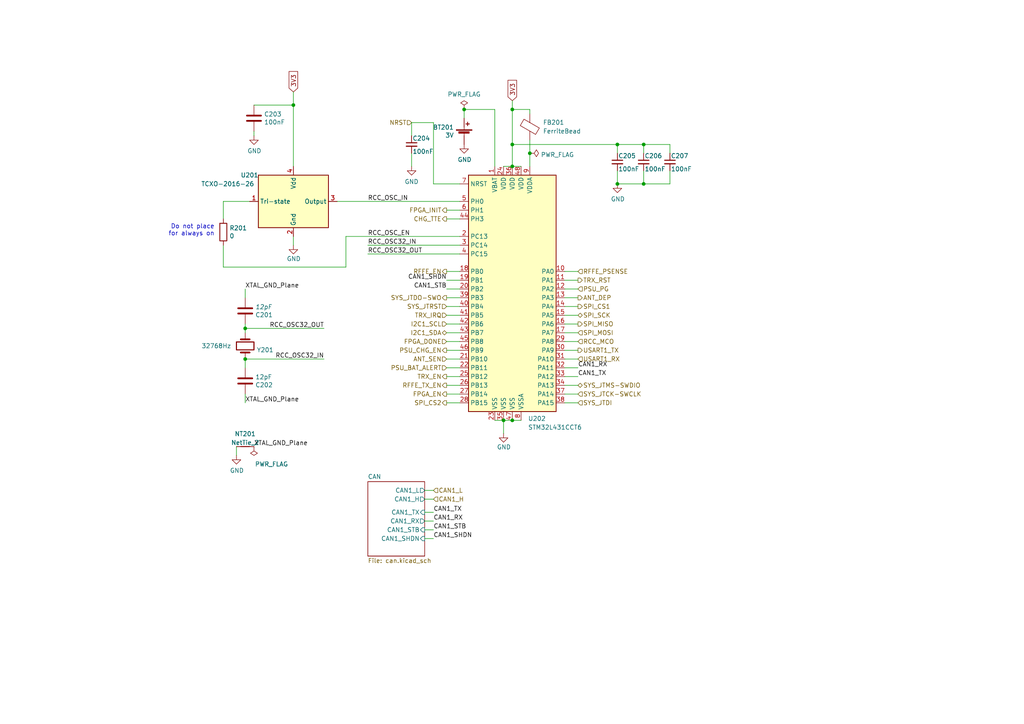
<source format=kicad_sch>
(kicad_sch (version 20211123) (generator eeschema)
  (paper "A4")
  (title_block (title "SIDLOC - MCU") (date "2022-03-10") (company "Libre Space Foundation"))
  (lib_symbols
    (symbol "Device:Battery_Cell" (pin_numbers hide) (pin_names (offset 0) hide)
      (property "Reference" "BT" (at 2.54 2.54 0))
      (property "Value" "Battery_Cell" (at 2.54 0 0))
      (symbol "Battery_Cell_0_1"
        (rectangle (start -2.286 1.778) (end 2.286 1.524) (fill (type outline)))
        (rectangle (start -1.5748 1.1938) (end 1.4732 0.6858) (fill (type outline)))
        (polyline (pts (xy 0 0.762) (xy 0 0)))
        (polyline (pts (xy 0 1.778) (xy 0 2.54)))
        (polyline (pts (xy 0.508 3.429) (xy 1.524 3.429)) (stroke (width 0.254)))
        (polyline (pts (xy 1.016 3.937) (xy 1.016 2.921)) (stroke (width 0.254)))
      )
      (symbol "Battery_Cell_1_1"
        (pin passive line (at 0 5.08 270) (length 2.54) (name "+") (number "1"))
        (pin passive line (at 0 -2.54 90) (length 2.54) (name "-") (number "2"))
      )
    )
    (symbol "Device:C" (pin_numbers hide) (pin_names (offset 0.254))
      (property "Reference" "C" (at 0.635 2.54 0))
      (property "Value" "C" (at 0.635 -2.54 0))
      (symbol "C_0_1"
        (polyline (pts (xy -2.032 -0.762) (xy 2.032 -0.762)) (stroke (width 0.508)))
        (polyline (pts (xy -2.032 0.762) (xy 2.032 0.762)) (stroke (width 0.508)))
      )
      (symbol "C_1_1"
        (pin passive line (at 0 3.81 270) (length 2.794) (name "~") (number "1"))
        (pin passive line (at 0 -3.81 90) (length 2.794) (name "~") (number "2"))
      )
    )
    (symbol "Device:C_Small" (pin_numbers hide) (pin_names (offset 0.254) hide)
      (property "Reference" "C" (at 0.254 1.778 0))
      (property "Value" "C_Small" (at 0.254 -2.032 0))
      (symbol "C_Small_0_1"
        (polyline (pts (xy -1.524 -0.508) (xy 1.524 -0.508)) (stroke (width 0.3302)))
        (polyline (pts (xy -1.524 0.508) (xy 1.524 0.508)) (stroke (width 0.3048)))
      )
      (symbol "C_Small_1_1"
        (pin passive line (at 0 2.54 270) (length 2.032) (name "~") (number "1"))
        (pin passive line (at 0 -2.54 90) (length 2.032) (name "~") (number "2"))
      )
    )
    (symbol "Device:Crystal" (pin_numbers hide) (pin_names (offset 1.016) hide)
      (property "Reference" "Y" (at 0 3.81 0))
      (property "Value" "Crystal" (at 0 -3.81 0))
      (symbol "Crystal_0_1"
        (rectangle (start -1.143 2.54) (end 1.143 -2.54) (stroke (width 0.3048)))
        (polyline (pts (xy -2.54 0) (xy -1.905 0)))
        (polyline (pts (xy -1.905 -1.27) (xy -1.905 1.27)) (stroke (width 0.508)))
        (polyline (pts (xy 1.905 -1.27) (xy 1.905 1.27)) (stroke (width 0.508)))
        (polyline (pts (xy 2.54 0) (xy 1.905 0)))
      )
      (symbol "Crystal_1_1"
        (pin passive line (at -3.81 0 0) (length 1.27) (name "1") (number "1"))
        (pin passive line (at 3.81 0 180) (length 1.27) (name "2") (number "2"))
      )
    )
    (symbol "Device:FerriteBead" (pin_numbers hide) (pin_names (offset 0))
      (property "Reference" "FB" (at -3.81 0.635 90))
      (property "Value" "FerriteBead" (at 3.81 0 90))
      (symbol "FerriteBead_0_1"
        (polyline (pts (xy 0 -1.27) (xy 0 -1.2192)))
        (polyline (pts (xy 0 1.27) (xy 0 1.2954)))
        (polyline (pts (xy -2.7686 0.4064) (xy -1.7018 2.2606) (xy 2.7686 -0.3048) (xy 1.6764 -2.159) (xy -2.7686 0.4064)))
      )
      (symbol "FerriteBead_1_1"
        (pin passive line (at 0 3.81 270) (length 2.54) (name "~") (number "1"))
        (pin passive line (at 0 -3.81 90) (length 2.54) (name "~") (number "2"))
      )
    )
    (symbol "Device:NetTie_2" (pin_numbers hide) (pin_names (offset 0) hide)
      (property "Reference" "NT" (at 0 1.27 0))
      (property "Value" "NetTie_2" (at 0 -1.27 0))
      (symbol "NetTie_2_0_1"
        (polyline (pts (xy -1.27 0) (xy 1.27 0)) (stroke (width 0.254)))
      )
      (symbol "NetTie_2_1_1"
        (pin passive line (at -2.54 0 0) (length 2.54) (name "1") (number "1"))
        (pin passive line (at 2.54 0 180) (length 2.54) (name "2") (number "2"))
      )
    )
    (symbol "Device:R" (pin_numbers hide) (pin_names (offset 0))
      (property "Reference" "R" (at 2.032 0 90))
      (property "Value" "R" (at 0 0 90))
      (symbol "R_0_1"
        (rectangle (start -1.016 -2.54) (end 1.016 2.54) (stroke (width 0.254)))
      )
      (symbol "R_1_1"
        (pin passive line (at 0 3.81 270) (length 1.27) (name "~") (number "1"))
        (pin passive line (at 0 -3.81 90) (length 1.27) (name "~") (number "2"))
      )
    )
    (symbol "MCU_ST_STM32L4:STM32L431CCTx"
      (property "Reference" "U" (at -12.7 34.29 0))
      (property "Value" "STM32L431CCTx" (at 7.62 34.29 0))
      (symbol "STM32L431CCTx_0_1"
        (rectangle (start -12.7 -35.56) (end 12.7 33.02) (stroke (width 0.254)) (fill (type background)))
      )
      (symbol "STM32L431CCTx_1_1"
        (pin power_in line (at -5.08 35.56 270) (length 2.54) (name "VBAT") (number "1"))
        (pin bidirectional line (at 15.24 5.08 180) (length 2.54) (name "PA0") (number "10"))
        (pin bidirectional line (at 15.24 2.54 180) (length 2.54) (name "PA1") (number "11"))
        (pin bidirectional line (at 15.24 0 180) (length 2.54) (name "PA2") (number "12"))
        (pin bidirectional line (at 15.24 -2.54 180) (length 2.54) (name "PA3") (number "13"))
        (pin bidirectional line (at 15.24 -5.08 180) (length 2.54) (name "PA4") (number "14"))
        (pin bidirectional line (at 15.24 -7.62 180) (length 2.54) (name "PA5") (number "15"))
        (pin bidirectional line (at 15.24 -10.16 180) (length 2.54) (name "PA6") (number "16"))
        (pin bidirectional line (at 15.24 -12.7 180) (length 2.54) (name "PA7") (number "17"))
        (pin bidirectional line (at -15.24 5.08 0) (length 2.54) (name "PB0") (number "18"))
        (pin bidirectional line (at -15.24 2.54 0) (length 2.54) (name "PB1") (number "19"))
        (pin bidirectional line (at -15.24 15.24 0) (length 2.54) (name "PC13") (number "2"))
        (pin bidirectional line (at -15.24 0 0) (length 2.54) (name "PB2") (number "20"))
        (pin bidirectional line (at -15.24 -20.32 0) (length 2.54) (name "PB10") (number "21"))
        (pin bidirectional line (at -15.24 -22.86 0) (length 2.54) (name "PB11") (number "22"))
        (pin power_in line (at -5.08 -38.1 90) (length 2.54) (name "VSS") (number "23"))
        (pin power_in line (at -2.54 35.56 270) (length 2.54) (name "VDD") (number "24"))
        (pin bidirectional line (at -15.24 -25.4 0) (length 2.54) (name "PB12") (number "25"))
        (pin bidirectional line (at -15.24 -27.94 0) (length 2.54) (name "PB13") (number "26"))
        (pin bidirectional line (at -15.24 -30.48 0) (length 2.54) (name "PB14") (number "27"))
        (pin bidirectional line (at -15.24 -33.02 0) (length 2.54) (name "PB15") (number "28"))
        (pin bidirectional line (at 15.24 -15.24 180) (length 2.54) (name "PA8") (number "29"))
        (pin bidirectional line (at -15.24 12.7 0) (length 2.54) (name "PC14") (number "3"))
        (pin bidirectional line (at 15.24 -17.78 180) (length 2.54) (name "PA9") (number "30"))
        (pin bidirectional line (at 15.24 -20.32 180) (length 2.54) (name "PA10") (number "31"))
        (pin bidirectional line (at 15.24 -22.86 180) (length 2.54) (name "PA11") (number "32"))
        (pin bidirectional line (at 15.24 -25.4 180) (length 2.54) (name "PA12") (number "33"))
        (pin bidirectional line (at 15.24 -27.94 180) (length 2.54) (name "PA13") (number "34"))
        (pin power_in line (at -2.54 -38.1 90) (length 2.54) (name "VSS") (number "35"))
        (pin power_in line (at 0 35.56 270) (length 2.54) (name "VDD") (number "36"))
        (pin bidirectional line (at 15.24 -30.48 180) (length 2.54) (name "PA14") (number "37"))
        (pin bidirectional line (at 15.24 -33.02 180) (length 2.54) (name "PA15") (number "38"))
        (pin bidirectional line (at -15.24 -2.54 0) (length 2.54) (name "PB3") (number "39"))
        (pin bidirectional line (at -15.24 10.16 0) (length 2.54) (name "PC15") (number "4"))
        (pin bidirectional line (at -15.24 -5.08 0) (length 2.54) (name "PB4") (number "40"))
        (pin bidirectional line (at -15.24 -7.62 0) (length 2.54) (name "PB5") (number "41"))
        (pin bidirectional line (at -15.24 -10.16 0) (length 2.54) (name "PB6") (number "42"))
        (pin bidirectional line (at -15.24 -12.7 0) (length 2.54) (name "PB7") (number "43"))
        (pin bidirectional line (at -15.24 20.32 0) (length 2.54) (name "PH3") (number "44"))
        (pin bidirectional line (at -15.24 -15.24 0) (length 2.54) (name "PB8") (number "45"))
        (pin bidirectional line (at -15.24 -17.78 0) (length 2.54) (name "PB9") (number "46"))
        (pin power_in line (at 0 -38.1 90) (length 2.54) (name "VSS") (number "47"))
        (pin power_in line (at 2.54 35.56 270) (length 2.54) (name "VDD") (number "48"))
        (pin input line (at -15.24 25.4 0) (length 2.54) (name "PH0") (number "5"))
        (pin input line (at -15.24 22.86 0) (length 2.54) (name "PH1") (number "6"))
        (pin input line (at -15.24 30.48 0) (length 2.54) (name "NRST") (number "7"))
        (pin power_in line (at 2.54 -38.1 90) (length 2.54) (name "VSSA") (number "8"))
        (pin power_in line (at 5.08 35.56 270) (length 2.54) (name "VDDA") (number "9"))
      )
    )
    (symbol "lsf-kicad:ECS-TXO-2520"
      (property "Reference" "U" (at 10.16 10.16 0))
      (property "Value" "ECS-TXO-2520" (at -10.16 10.16 0))
      (symbol "ECS-TXO-2520_0_0"
        (text "" (at 19.05 -2.54 0) (effects (font (size 1.27 1.27))))
        (text "" (at 21.59 -6.35 0) (effects (font (size 1.27 1.27))))
      )
      (symbol "ECS-TXO-2520_0_1"
        (rectangle (start -10.16 7.62) (end 10.16 -7.62) (stroke (width 0.254)) (fill (type background)))
      )
      (symbol "ECS-TXO-2520_1_1"
        (pin input line (at -12.7 0 0) (length 2.54) (name "Tri-state") (number "1"))
        (pin power_in line (at 0 -10.16 90) (length 2.54) (name "Gnd") (number "2"))
        (pin output line (at 12.7 0 180) (length 2.54) (name "Output") (number "3"))
        (pin power_in line (at 0 10.16 270) (length 2.54) (name "Vdd") (number "4"))
      )
    )
    (symbol "power:GND" (power) (pin_names (offset 0))
      (property "Value" "GND" (at 0 -3.81 0))
      (symbol "GND_0_1"
        (polyline (pts (xy 0 0) (xy 0 -1.27) (xy 1.27 -1.27) (xy 0 -2.54) (xy -1.27 -1.27) (xy 0 -1.27)))
      )
      (symbol "GND_1_1"
        (pin power_in line (at 0 0 270) (length 0) hide (name "GND") (number "1"))
      )
    )
    (symbol "power:PWR_FLAG" (power) (pin_numbers hide) (pin_names (offset 0) hide)
      (property "Value" "PWR_FLAG" (at 0 3.81 0))
      (symbol "PWR_FLAG_0_0"
        (pin power_out line (at 0 0 90) (length 0) (name "pwr") (number "1"))
      )
      (symbol "PWR_FLAG_0_1"
        (polyline (pts (xy 0 0) (xy 0 1.27) (xy -1.016 1.905) (xy 0 2.54) (xy 1.016 1.905) (xy 0 1.27)))
      )
    )
  )
  (junction (at 71.12 95.25))
  (junction (at 153.67 44.45))
  (junction (at 179.07 53.34))
  (junction (at 179.07 41.91))
  (junction (at 134.62 31.75))
  (junction (at 148.59 48.26))
  (junction (at 146.05 121.92))
  (junction (at 186.69 53.34))
  (junction (at 85.09 30.48))
  (junction (at 71.12 104.14))
  (junction (at 186.69 41.91))
  (junction (at 148.59 121.92))
  (junction (at 148.59 31.75))
  (junction (at 148.59 41.91))
  (wire (pts (xy 133.35 111.76) (xy 129.54 111.76)))
  (wire (pts (xy 71.12 95.25) (xy 71.12 96.52)))
  (wire (pts (xy 133.35 104.14) (xy 129.54 104.14)))
  (wire (pts (xy 133.35 109.22) (xy 129.54 109.22)))
  (wire (pts (xy 148.59 41.91) (xy 148.59 48.26)))
  (wire (pts (xy 119.38 44.45) (xy 119.38 48.26)))
  (wire (pts (xy 129.54 114.3) (xy 133.35 114.3)))
  (wire (pts (xy 129.54 93.98) (xy 133.35 93.98)))
  (wire (pts (xy 153.67 33.02) (xy 153.67 31.75)))
  (wire (pts (xy 134.62 31.75) (xy 134.62 34.29)))
  (wire (pts (xy 125.73 35.56) (xy 125.73 53.34)))
  (wire (pts (xy 186.69 53.34) (xy 194.31 53.34)))
  (wire (pts (xy 143.51 31.75) (xy 134.62 31.75)))
  (wire (pts (xy 85.09 26.67) (xy 85.09 30.48)))
  (wire (pts (xy 186.69 41.91) (xy 186.69 44.45)))
  (wire (pts (xy 153.67 44.45) (xy 153.67 48.26)))
  (wire (pts (xy 153.67 40.64) (xy 153.67 44.45)))
  (wire (pts (xy 100.33 77.47) (xy 100.33 68.58)))
  (wire (pts (xy 163.83 78.74) (xy 167.64 78.74)))
  (wire (pts (xy 123.19 156.21) (xy 125.73 156.21)))
  (wire (pts (xy 123.19 153.67) (xy 125.73 153.67)))
  (wire (pts (xy 64.77 63.5) (xy 64.77 58.42)))
  (wire (pts (xy 163.83 109.22) (xy 167.64 109.22)))
  (wire (pts (xy 85.09 68.58) (xy 85.09 71.12)))
  (wire (pts (xy 163.83 104.14) (xy 167.64 104.14)))
  (wire (pts (xy 129.54 63.5) (xy 133.35 63.5)))
  (wire (pts (xy 163.83 99.06) (xy 167.64 99.06)))
  (wire (pts (xy 179.07 41.91) (xy 186.69 41.91)))
  (wire (pts (xy 133.35 78.74) (xy 129.54 78.74)))
  (wire (pts (xy 68.58 132.08) (xy 68.58 129.54)))
  (wire (pts (xy 186.69 49.53) (xy 186.69 53.34)))
  (wire (pts (xy 71.12 86.36) (xy 71.12 83.82)))
  (wire (pts (xy 125.73 35.56) (xy 119.38 35.56)))
  (wire (pts (xy 106.68 73.66) (xy 133.35 73.66)))
  (wire (pts (xy 163.83 96.52) (xy 167.64 96.52)))
  (wire (pts (xy 106.68 71.12) (xy 133.35 71.12)))
  (wire (pts (xy 194.31 44.45) (xy 194.31 41.91)))
  (wire (pts (xy 97.79 58.42) (xy 133.35 58.42)))
  (wire (pts (xy 71.12 116.84) (xy 71.12 114.3)))
  (wire (pts (xy 64.77 58.42) (xy 72.39 58.42)))
  (wire (pts (xy 163.83 81.28) (xy 167.64 81.28)))
  (wire (pts (xy 73.66 39.37) (xy 73.66 38.1)))
  (wire (pts (xy 163.83 93.98) (xy 167.64 93.98)))
  (wire (pts (xy 133.35 106.68) (xy 129.54 106.68)))
  (wire (pts (xy 146.05 48.26) (xy 148.59 48.26)))
  (wire (pts (xy 71.12 106.68) (xy 71.12 104.14)))
  (wire (pts (xy 163.83 88.9) (xy 167.64 88.9)))
  (wire (pts (xy 163.83 83.82) (xy 167.64 83.82)))
  (wire (pts (xy 163.83 116.84) (xy 167.64 116.84)))
  (wire (pts (xy 71.12 93.98) (xy 71.12 95.25)))
  (wire (pts (xy 179.07 53.34) (xy 186.69 53.34)))
  (wire (pts (xy 129.54 116.84) (xy 133.35 116.84)))
  (wire (pts (xy 163.83 106.68) (xy 167.64 106.68)))
  (wire (pts (xy 153.67 31.75) (xy 148.59 31.75)))
  (wire (pts (xy 71.12 104.14) (xy 93.98 104.14)))
  (wire (pts (xy 163.83 101.6) (xy 167.64 101.6)))
  (wire (pts (xy 85.09 30.48) (xy 85.09 48.26)))
  (wire (pts (xy 163.83 114.3) (xy 167.64 114.3)))
  (wire (pts (xy 133.35 81.28) (xy 129.54 81.28)))
  (wire (pts (xy 133.35 68.58) (xy 100.33 68.58)))
  (wire (pts (xy 146.05 121.92) (xy 146.05 125.73)))
  (wire (pts (xy 133.35 91.44) (xy 129.54 91.44)))
  (wire (pts (xy 123.19 148.59) (xy 125.73 148.59)))
  (wire (pts (xy 133.35 53.34) (xy 125.73 53.34)))
  (wire (pts (xy 123.19 144.78) (xy 125.73 144.78)))
  (wire (pts (xy 148.59 29.21) (xy 148.59 31.75)))
  (wire (pts (xy 146.05 121.92) (xy 148.59 121.92)))
  (wire (pts (xy 148.59 48.26) (xy 151.13 48.26)))
  (wire (pts (xy 143.51 121.92) (xy 146.05 121.92)))
  (wire (pts (xy 64.77 77.47) (xy 100.33 77.47)))
  (wire (pts (xy 163.83 91.44) (xy 167.64 91.44)))
  (wire (pts (xy 148.59 41.91) (xy 179.07 41.91)))
  (wire (pts (xy 119.38 35.56) (xy 119.38 39.37)))
  (wire (pts (xy 123.19 151.13) (xy 125.73 151.13)))
  (wire (pts (xy 163.83 86.36) (xy 167.64 86.36)))
  (wire (pts (xy 186.69 41.91) (xy 194.31 41.91)))
  (wire (pts (xy 133.35 88.9) (xy 129.54 88.9)))
  (wire (pts (xy 179.07 49.53) (xy 179.07 53.34)))
  (wire (pts (xy 73.66 30.48) (xy 85.09 30.48)))
  (wire (pts (xy 194.31 53.34) (xy 194.31 49.53)))
  (wire (pts (xy 133.35 86.36) (xy 129.54 86.36)))
  (wire (pts (xy 133.35 99.06) (xy 129.54 99.06)))
  (wire (pts (xy 133.35 101.6) (xy 129.54 101.6)))
  (wire (pts (xy 163.83 111.76) (xy 167.64 111.76)))
  (wire (pts (xy 71.12 95.25) (xy 93.98 95.25)))
  (wire (pts (xy 129.54 96.52) (xy 133.35 96.52)))
  (wire (pts (xy 133.35 60.96) (xy 129.54 60.96)))
  (wire (pts (xy 133.35 83.82) (xy 129.54 83.82)))
  (wire (pts (xy 179.07 41.91) (xy 179.07 44.45)))
  (wire (pts (xy 123.19 142.24) (xy 125.73 142.24)))
  (wire (pts (xy 148.59 31.75) (xy 148.59 41.91)))
  (wire (pts (xy 143.51 48.26) (xy 143.51 31.75)))
  (wire (pts (xy 148.59 121.92) (xy 151.13 121.92)))
  (wire (pts (xy 64.77 77.47) (xy 64.77 71.12)))
  (text "Do not place\nfor always on" (at 62.23 68.58 180) (effects (font (size 1.27 1.27)) (justify right bottom)))
  (label "XTAL_GND_Plane" (at 73.66 129.54 0))
  (label "CAN1_TX" (at 167.64 109.22 0))
  (label "RCC_OSC_EN" (at 106.68 68.58 0))
  (label "CAN1_STB" (at 129.54 83.82 180))
  (label "CAN1_SHDN" (at 129.54 81.28 180))
  (label "CAN1_SHDN" (at 125.73 156.21 0))
  (label "XTAL_GND_Plane" (at 71.12 83.82 0))
  (label "RCC_OSC32_IN" (at 106.68 71.12 0))
  (label "CAN1_RX" (at 167.64 106.68 0))
  (label "CAN1_TX" (at 125.73 148.59 0))
  (label "RCC_OSC32_IN" (at 93.98 104.14 180))
  (label "RCC_OSC32_OUT" (at 106.68 73.66 0))
  (label "XTAL_GND_Plane" (at 71.12 116.84 0))
  (label "CAN1_STB" (at 125.73 153.67 0))
  (label "RCC_OSC32_OUT" (at 93.98 95.25 180))
  (label "RCC_OSC_IN" (at 106.68 58.42 0))
  (label "CAN1_RX" (at 125.73 151.13 0))
  (global_label "3V3" (shape input) (at 148.59 29.21 90) (property "Intersheet References" "${INTERSHEET_REFS}" (effects hide)))
  (global_label "3V3" (shape input) (at 85.09 26.67 90) (property "Intersheet References" "${INTERSHEET_REFS}" (effects hide)))
  (hierarchical_label "RCC_MCO" (shape input) (at 167.64 99.06 0))
  (hierarchical_label "PSU_PG" (shape input) (at 167.64 83.82 0))
  (hierarchical_label "PSU_CHG_EN" (shape output) (at 129.54 101.6 180))
  (hierarchical_label "FPGA_DONE" (shape input) (at 129.54 99.06 180))
  (hierarchical_label "SPI_MISO" (shape output) (at 167.64 93.98 0))
  (hierarchical_label "SYS_JTMS-SWDIO" (shape bidirectional) (at 167.64 111.76 0))
  (hierarchical_label "TRX_EN" (shape output) (at 129.54 109.22 180))
  (hierarchical_label "ANT_DEP" (shape output) (at 167.64 86.36 0))
  (hierarchical_label "RFFE_EN" (shape output) (at 129.54 78.74 180))
  (hierarchical_label "SPI_SCK" (shape bidirectional) (at 167.64 91.44 0))
  (hierarchical_label "PSU_BAT_ALERT" (shape input) (at 129.54 106.68 180))
  (hierarchical_label "FPGA_INIT" (shape output) (at 129.54 60.96 180))
  (hierarchical_label "SYS_JTCK-SWCLK" (shape input) (at 167.64 114.3 0))
  (hierarchical_label "SPI_CS1" (shape output) (at 167.64 88.9 0))
  (hierarchical_label "I2C1_SCL" (shape input) (at 129.54 93.98 180))
  (hierarchical_label "SYS_JTRST" (shape input) (at 129.54 88.9 180))
  (hierarchical_label "CAN1_H" (shape input) (at 125.73 144.78 0))
  (hierarchical_label "SYS_JTDI" (shape input) (at 167.64 116.84 0))
  (hierarchical_label "I2C1_SDA" (shape bidirectional) (at 129.54 96.52 180))
  (hierarchical_label "SYS_JTDO-SWO" (shape output) (at 129.54 86.36 180))
  (hierarchical_label "RFFE_TX_EN" (shape output) (at 129.54 111.76 180))
  (hierarchical_label "SPI_MOSI" (shape input) (at 167.64 96.52 0))
  (hierarchical_label "CHG_TTE" (shape output) (at 129.54 63.5 180))
  (hierarchical_label "USART1_RX" (shape input) (at 167.64 104.14 0))
  (hierarchical_label "CAN1_L" (shape input) (at 125.73 142.24 0))
  (hierarchical_label "SPI_CS2" (shape output) (at 129.54 116.84 180))
  (hierarchical_label "RFFE_PSENSE" (shape input) (at 167.64 78.74 0))
  (hierarchical_label "TRX_IRQ" (shape input) (at 129.54 91.44 180))
  (hierarchical_label "ANT_SEN" (shape input) (at 129.54 104.14 180))
  (hierarchical_label "FPGA_EN" (shape output) (at 129.54 114.3 180))
  (hierarchical_label "NRST" (shape input) (at 119.38 35.56 180))
  (hierarchical_label "USART1_TX" (shape output) (at 167.64 101.6 0))
  (hierarchical_label "TRX_RST" (shape output) (at 167.64 81.28 0))
  (symbol (lib_id "power:GND") (at 73.66 39.37 0) (unit 1)
    (property "Reference" "#PWR0202" (effects hide))
    (property "Value" "GND" (at 73.787 43.7642 0))
  )
  (symbol (lib_id "Device:C_Small") (at 119.38 41.91 0) (unit 1)
    (property "Reference" "C204" (at 119.634 40.132 0) (effects (justify left)))
    (property "Value" "100nF" (at 119.634 43.942 0) (effects (justify left)))
    (property "Footprint" "Capacitor_SMD:C_0402_1005Metric" (effects hide))
    (property "Part Number" "CC0402KRX7R7BB104" (effects hide))
  )
  (symbol (lib_id "power:GND") (at 146.05 125.73 0) (unit 1)
    (property "Reference" "#PWR0206" (effects hide))
    (property "Value" "GND" (at 146.1516 129.667 0))
  )
  (symbol (lib_id "Device:C_Small") (at 186.69 46.99 0) (unit 1)
    (property "Reference" "C206" (at 186.944 45.212 0) (effects (justify left)))
    (property "Value" "100nF" (at 186.944 49.022 0) (effects (justify left)))
    (property "Footprint" "Capacitor_SMD:C_0402_1005Metric" (effects hide))
    (property "Part Number" "CC0402KRX7R7BB104" (effects hide))
  )
  (symbol (lib_id "power:GND") (at 85.09 71.12 0) (unit 1)
    (property "Reference" "#PWR0203" (effects hide))
    (property "Value" "GND" (at 85.1916 75.057 0))
  )
  (symbol (lib_id "power:GND") (at 68.58 132.08 0) (unit 1)
    (property "Reference" "#PWR0201" (effects hide))
    (property "Value" "GND" (at 68.707 136.4742 0))
  )
  (symbol (lib_id "Device:C_Small") (at 179.07 46.99 0) (unit 1)
    (property "Reference" "C205" (at 179.324 45.212 0) (effects (justify left)))
    (property "Value" "100nF" (at 179.324 49.022 0) (effects (justify left)))
    (property "Footprint" "Capacitor_SMD:C_0402_1005Metric" (effects hide))
    (property "Part Number" "CC0402KRX7R7BB104" (effects hide))
  )
  (symbol (lib_id "MCU_ST_STM32L4:STM32L431CCTx") (at 148.59 83.82 0) (unit 1)
    (property "Reference" "U202" (at 153.1494 121.4104 0) (effects (justify left)))
    (property "Value" "STM32L431CCT6" (at 153.1494 123.9473 0) (effects (justify left)))
    (property "Footprint" "Package_QFP:LQFP-48_7x7mm_P0.5mm" (effects hide))
    (property "Datasheet" "http://www.st.com/st-web-ui/static/active/en/resource/technical/document/datasheet/DM00257211.pdf" (effects hide))
    (property "Part Number" "STM32L431CCT6" (effects hide))
  )
  (symbol (lib_id "Device:C_Small") (at 194.31 46.99 0) (unit 1)
    (property "Reference" "C207" (at 194.564 45.212 0) (effects (justify left)))
    (property "Value" "100nF" (at 194.564 49.022 0) (effects (justify left)))
    (property "Footprint" "Capacitor_SMD:C_0402_1005Metric" (effects hide))
    (property "Part Number" "CC0402KRX7R7BB104" (effects hide))
  )
  (symbol (lib_id "Device:R") (at 64.77 67.31 0) (unit 1)
    (property "Reference" "R201" (at 66.548 66.1416 0) (effects (justify left)))
    (property "Value" "0" (at 66.548 68.453 0) (effects (justify left)))
    (property "Footprint" "Resistor_SMD:R_0402_1005Metric" (effects hide))
    (property "Part Number" "ERJ-2GE0R00X" (effects hide))
  )
  (symbol (lib_id "power:GND") (at 119.38 48.26 0) (unit 1)
    (property "Reference" "#PWR0204" (effects hide))
    (property "Value" "GND" (at 119.38 52.7034 0))
  )
  (symbol (lib_id "Device:C") (at 71.12 110.49 0) (mirror x) (unit 1)
    (property "Reference" "C202" (at 74.041 111.6584 0) (effects (justify left)))
    (property "Value" "12pF" (at 74.041 109.347 0) (effects (justify left)))
    (property "Footprint" "Capacitor_SMD:C_0402_1005Metric" (effects hide))
    (property "Part Number" "CBR04C120F3GAC" (effects hide))
  )
  (symbol (lib_id "power:PWR_FLAG") (at 73.66 129.54 180) (unit 1)
    (property "Reference" "#FLG0201" (effects hide))
    (property "Value" "PWR_FLAG" (at 78.74 134.62 0))
  )
  (symbol (lib_id "Device:FerriteBead") (at 153.67 36.83 0) (unit 1)
    (property "Reference" "FB201" (at 157.48 35.5091 0) (effects (justify left)))
    (property "Value" "FerriteBead" (at 157.48 38.0491 0) (effects (justify left)))
    (property "Footprint" "Inductor_SMD:L_0603_1608Metric" (effects hide))
    (property "Part Number" "742792602" (effects hide))
  )
  (symbol (lib_id "power:GND") (at 179.07 53.34 0) (unit 1)
    (property "Reference" "#PWR0207" (effects hide))
    (property "Value" "GND" (at 179.197 57.7342 0))
  )
  (symbol (lib_id "power:PWR_FLAG") (at 153.67 44.45 270) (unit 1)
    (property "Reference" "#FLG0205" (effects hide))
    (property "Value" "PWR_FLAG" (at 156.845 44.8838 90) (effects (justify left)))
  )
  (symbol (lib_id "lsf-kicad:ECS-TXO-2520") (at 85.09 58.42 0) (unit 1)
    (property "Reference" "U201" (at 72.39 50.8 0))
    (property "Value" "TCXO-2016-26" (at 66.04 53.34 0))
    (property "Footprint" "lsf-kicad-lib:Oscillator_SMD_ECS_TXO-2016-xx-xxx-4Pin_2x1.6mm" (effects hide))
    (property "Datasheet" "https://www.mouser.com/datasheet/2/905/ndk_08142018_NT2016SA-26.000000MHZ-NBG2-1389008.pdf" (effects hide))
    (property "Part Number" "TCXO-2016-26" (effects hide))
  )
  (symbol (lib_id "Device:C") (at 71.12 90.17 0) (mirror x) (unit 1)
    (property "Reference" "C201" (at 74.041 91.3384 0) (effects (justify left)))
    (property "Value" "12pF" (at 74.041 89.027 0) (effects (font italic) (justify left)))
    (property "Footprint" "Capacitor_SMD:C_0402_1005Metric" (effects hide))
    (property "Part Number" "CBR04C120F3GAC" (effects hide))
  )
  (symbol (lib_id "Device:NetTie_2") (at 71.12 129.54 0) (unit 1) (in_bom no)
    (property "Reference" "NT201" (at 71.12 125.8402 0))
    (property "Value" "NetTie_2" (at 71.12 128.3771 0))
    (property "Footprint" "NetTie:NetTie-2_SMD_Pad0.5mm" (effects hide))
  )
  (symbol (lib_id "power:GND") (at 134.62 41.91 0) (unit 1)
    (property "Reference" "#PWR0205" (effects hide))
    (property "Value" "GND" (at 134.747 46.3042 0))
  )
  (symbol (lib_id "power:PWR_FLAG") (at 134.62 31.75 0) (unit 1)
    (property "Reference" "#FLG0203" (effects hide))
    (property "Value" "PWR_FLAG" (at 134.62 27.3558 0))
  )
  (symbol (lib_id "Device:C") (at 73.66 34.29 0) (unit 1)
    (property "Reference" "C203" (at 76.581 33.1216 0) (effects (justify left)))
    (property "Value" "100nF" (at 76.581 35.433 0) (effects (justify left)))
    (property "Footprint" "Capacitor_SMD:C_0402_1005Metric" (effects hide))
    (property "Part Number" "CC0402KRX7R7BB104" (effects hide))
  )
  (symbol (lib_id "Device:Battery_Cell") (at 134.62 39.37 0) (unit 1)
    (property "Reference" "BT201" (at 131.6482 36.9316 0) (effects (justify right)))
    (property "Value" "3V" (at 131.6482 39.243 0) (effects (justify right)))
    (property "Footprint" "Battery:BatteryHolder_Seiko_MS621F" (effects hide))
    (property "Part Number" "MS621F" (effects hide))
  )
  (symbol (lib_id "Device:Crystal") (at 71.12 100.33 270) (mirror x) (unit 1)
    (property "Reference" "Y201" (at 74.4474 101.4984 90) (effects (justify left)))
    (property "Value" "32768Hz" (at 58.42 100.33 90) (effects (justify left)))
    (property "Footprint" "Crystal:Crystal_SMD_3215-2Pin_3.2x1.5mm" (effects hide))
    (property "Part Number" "ABS07-32.768KHZ-7-T" (effects hide))
  )
  (sheet (at 106.68 139.7) (size 16.51 21.59) (stroke (width 0.1524))
    (property "Sheet name" "CAN" (at 106.68 138.9884 0) (effects (justify left bottom)))
    (property "Sheet file" "can.kicad_sch" (at 106.68 161.8746 0) (effects (justify left top)))
    (pin "CAN1_TX" input (at 123.19 148.59 0))
    (pin "CAN1_RX" output (at 123.19 151.13 0))
    (pin "CAN1_H" output (at 123.19 144.78 0))
    (pin "CAN1_L" output (at 123.19 142.24 0))
    (pin "CAN1_STB" input (at 123.19 153.67 0))
    (pin "CAN1_SHDN" input (at 123.19 156.21 0))
  )
)
</source>
